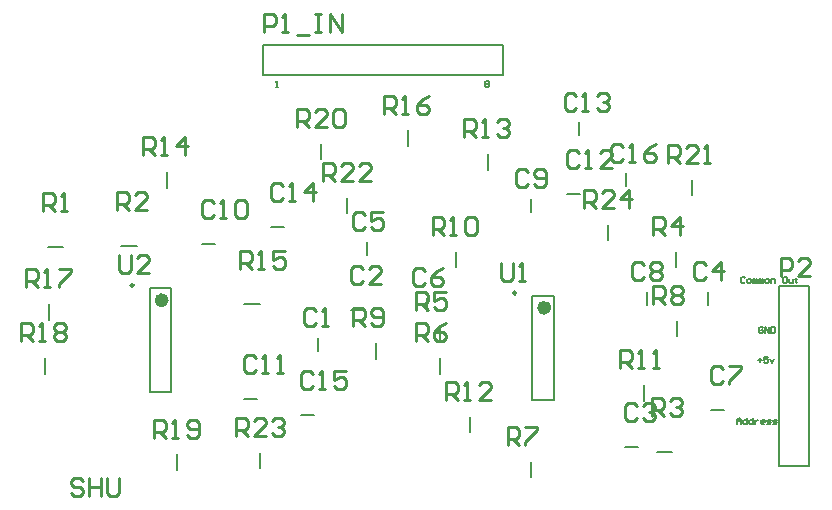
<source format=gto>
G04*
G04 #@! TF.GenerationSoftware,Altium Limited,Altium Designer,20.0.2 (26)*
G04*
G04 Layer_Color=65535*
%FSLAX25Y25*%
%MOIN*%
G70*
G01*
G75*
%ADD10C,0.00984*%
%ADD11C,0.02362*%
%ADD12C,0.00787*%
%ADD13C,0.00500*%
%ADD14C,0.01000*%
D10*
X395543Y211347D02*
G03*
X395543Y211347I-492J0D01*
G01*
X267992Y213846D02*
G03*
X267992Y213846I-492J0D01*
G01*
D11*
X406075Y206386D02*
G03*
X406075Y206386I-1181J0D01*
G01*
X278524Y208886D02*
G03*
X278524Y208886I-1181J0D01*
G01*
D12*
X329500Y191835D02*
Y196165D01*
X340335Y205500D02*
X344665D01*
X431835Y160000D02*
X436165D01*
X459500Y207335D02*
Y211665D01*
X345850Y223835D02*
Y228165D01*
X365850Y205335D02*
Y209665D01*
X460335Y172150D02*
X464665D01*
X439000Y207335D02*
Y211665D01*
X400350Y238335D02*
Y242665D01*
X290835Y227500D02*
X295165D01*
X304835Y176000D02*
X309165D01*
X412335Y244150D02*
X416665D01*
X416350Y263835D02*
Y268165D01*
X313835Y233350D02*
X318165D01*
X323835Y170500D02*
X328165D01*
X432000Y246835D02*
Y251165D01*
X239441Y226563D02*
X244559D01*
X263941Y227000D02*
X269059D01*
X442441Y158437D02*
X447559D01*
X448937Y219941D02*
Y225059D01*
X370000Y194941D02*
Y200059D01*
Y184441D02*
Y189559D01*
X400500Y149941D02*
Y155059D01*
X449063Y196941D02*
Y202059D01*
X348937Y189441D02*
Y194559D01*
X375500Y219941D02*
Y225059D01*
X438000Y175441D02*
Y180559D01*
X380000Y164941D02*
Y170059D01*
X386000Y252441D02*
Y257559D01*
X279000Y246441D02*
Y251559D01*
X304941Y207563D02*
X310059D01*
X359500Y260441D02*
Y265559D01*
X239937Y202441D02*
Y207559D01*
X238437Y184441D02*
Y189559D01*
X282563Y152441D02*
Y157559D01*
X330500Y255941D02*
Y261059D01*
X454063Y243941D02*
Y249059D01*
X339063Y237941D02*
Y243059D01*
X310063Y152941D02*
Y158059D01*
X426000Y228941D02*
Y234059D01*
X400957Y175677D02*
Y210323D01*
X408043Y175677D02*
Y210323D01*
X400957D02*
X408043D01*
X400957Y175677D02*
X408043D01*
X273405Y178177D02*
Y212823D01*
X280492Y178177D02*
Y212823D01*
X273405D02*
X280492D01*
X273405Y178177D02*
X280492D01*
X391000Y284000D02*
Y294000D01*
X311000Y284000D02*
X391000D01*
X311000D02*
Y294000D01*
X391000D01*
X483000Y213500D02*
X493000D01*
X483000Y153500D02*
X493000D01*
X483000D02*
Y213500D01*
X493000Y153500D02*
Y213500D01*
D13*
X385000Y281666D02*
X385333Y281999D01*
X386000D01*
X386333Y281666D01*
Y281333D01*
X386000Y281000D01*
X386333Y280666D01*
Y280333D01*
X386000Y280000D01*
X385333D01*
X385000Y280333D01*
Y280666D01*
X385333Y281000D01*
X385000Y281333D01*
Y281666D01*
X385333Y281000D02*
X386000D01*
X315500Y280000D02*
X316166D01*
X315833D01*
Y281999D01*
X315500Y281666D01*
X476000Y189000D02*
X477333D01*
X476666Y189666D02*
Y188333D01*
X479332Y189999D02*
X477999D01*
Y189000D01*
X478666Y189333D01*
X478999D01*
X479332Y189000D01*
Y188333D01*
X478999Y188000D01*
X478333D01*
X477999Y188333D01*
X479999Y189333D02*
X480665Y188000D01*
X481332Y189333D01*
X471833Y216166D02*
X471500Y216499D01*
X470833D01*
X470500Y216166D01*
Y214833D01*
X470833Y214500D01*
X471500D01*
X471833Y214833D01*
X472833Y214500D02*
X473499D01*
X473832Y214833D01*
Y215500D01*
X473499Y215833D01*
X472833D01*
X472499Y215500D01*
Y214833D01*
X472833Y214500D01*
X474499D02*
Y215833D01*
X474832D01*
X475165Y215500D01*
Y214500D01*
Y215500D01*
X475498Y215833D01*
X475832Y215500D01*
Y214500D01*
X476498D02*
Y215833D01*
X476831D01*
X477165Y215500D01*
Y214500D01*
Y215500D01*
X477498Y215833D01*
X477831Y215500D01*
Y214500D01*
X478831D02*
X479497D01*
X479830Y214833D01*
Y215500D01*
X479497Y215833D01*
X478831D01*
X478497Y215500D01*
Y214833D01*
X478831Y214500D01*
X480497D02*
Y215833D01*
X481496D01*
X481830Y215500D01*
Y214500D01*
X485495Y216499D02*
X484829D01*
X484495Y216166D01*
Y214833D01*
X484829Y214500D01*
X485495D01*
X485828Y214833D01*
Y216166D01*
X485495Y216499D01*
X486495Y215833D02*
Y214833D01*
X486828Y214500D01*
X487828D01*
Y215833D01*
X488827Y216166D02*
Y215833D01*
X488494D01*
X489161D01*
X488827D01*
Y214833D01*
X489161Y214500D01*
X477833Y199666D02*
X477500Y199999D01*
X476833D01*
X476500Y199666D01*
Y198333D01*
X476833Y198000D01*
X477500D01*
X477833Y198333D01*
Y199000D01*
X477166D01*
X478499Y198000D02*
Y199999D01*
X479832Y198000D01*
Y199999D01*
X480499D02*
Y198000D01*
X481498D01*
X481832Y198333D01*
Y199666D01*
X481498Y199999D01*
X480499D01*
X469000Y167500D02*
Y168833D01*
X469666Y169499D01*
X470333Y168833D01*
Y167500D01*
Y168500D01*
X469000D01*
X472332Y169499D02*
Y167500D01*
X471333D01*
X470999Y167833D01*
Y168500D01*
X471333Y168833D01*
X472332D01*
X474332Y169499D02*
Y167500D01*
X473332D01*
X472999Y167833D01*
Y168500D01*
X473332Y168833D01*
X474332D01*
X474998D02*
Y167500D01*
Y168166D01*
X475331Y168500D01*
X475665Y168833D01*
X475998D01*
X477997Y167500D02*
X477331D01*
X476997Y167833D01*
Y168500D01*
X477331Y168833D01*
X477997D01*
X478330Y168500D01*
Y168166D01*
X476997D01*
X478997Y167500D02*
X479996D01*
X480330Y167833D01*
X479996Y168166D01*
X479330D01*
X478997Y168500D01*
X479330Y168833D01*
X480330D01*
X480996Y167500D02*
X481996D01*
X482329Y167833D01*
X481996Y168166D01*
X481329D01*
X480996Y168500D01*
X481329Y168833D01*
X482329D01*
D14*
X250999Y148498D02*
X249999Y149498D01*
X248000D01*
X247000Y148498D01*
Y147499D01*
X248000Y146499D01*
X249999D01*
X250999Y145499D01*
Y144500D01*
X249999Y143500D01*
X248000D01*
X247000Y144500D01*
X252998Y149498D02*
Y143500D01*
Y146499D01*
X256997D01*
Y149498D01*
Y143500D01*
X258996Y149498D02*
Y144500D01*
X259996Y143500D01*
X261995D01*
X262995Y144500D01*
Y149498D01*
X328749Y205148D02*
X327749Y206148D01*
X325750D01*
X324750Y205148D01*
Y201150D01*
X325750Y200150D01*
X327749D01*
X328749Y201150D01*
X330748Y200150D02*
X332747D01*
X331748D01*
Y206148D01*
X330748Y205148D01*
X344399Y219198D02*
X343399Y220198D01*
X341400D01*
X340400Y219198D01*
Y215200D01*
X341400Y214200D01*
X343399D01*
X344399Y215200D01*
X350397Y214200D02*
X346398D01*
X350397Y218199D01*
Y219198D01*
X349397Y220198D01*
X347398D01*
X346398Y219198D01*
X435899Y173698D02*
X434899Y174698D01*
X432900D01*
X431900Y173698D01*
Y169700D01*
X432900Y168700D01*
X434899D01*
X435899Y169700D01*
X437898Y173698D02*
X438898Y174698D01*
X440897D01*
X441897Y173698D01*
Y172699D01*
X440897Y171699D01*
X439897D01*
X440897D01*
X441897Y170699D01*
Y169700D01*
X440897Y168700D01*
X438898D01*
X437898Y169700D01*
X458749Y220648D02*
X457749Y221648D01*
X455750D01*
X454750Y220648D01*
Y216650D01*
X455750Y215650D01*
X457749D01*
X458749Y216650D01*
X463747Y215650D02*
Y221648D01*
X460748Y218649D01*
X464747D01*
X345099Y237148D02*
X344099Y238148D01*
X342100D01*
X341100Y237148D01*
Y233150D01*
X342100Y232150D01*
X344099D01*
X345099Y233150D01*
X351097Y238148D02*
X347098D01*
Y235149D01*
X349098Y236149D01*
X350097D01*
X351097Y235149D01*
Y233150D01*
X350097Y232150D01*
X348098D01*
X347098Y233150D01*
X365099Y218648D02*
X364099Y219648D01*
X362100D01*
X361100Y218648D01*
Y214650D01*
X362100Y213650D01*
X364099D01*
X365099Y214650D01*
X371097Y219648D02*
X369098Y218648D01*
X367098Y216649D01*
Y214650D01*
X368098Y213650D01*
X370097D01*
X371097Y214650D01*
Y215649D01*
X370097Y216649D01*
X367098D01*
X464399Y185898D02*
X463399Y186898D01*
X461400D01*
X460400Y185898D01*
Y181900D01*
X461400Y180900D01*
X463399D01*
X464399Y181900D01*
X466398Y186898D02*
X470397D01*
Y185898D01*
X466398Y181900D01*
Y180900D01*
X438299Y220598D02*
X437299Y221598D01*
X435300D01*
X434300Y220598D01*
Y216600D01*
X435300Y215600D01*
X437299D01*
X438299Y216600D01*
X440298Y220598D02*
X441298Y221598D01*
X443297D01*
X444297Y220598D01*
Y219599D01*
X443297Y218599D01*
X444297Y217599D01*
Y216600D01*
X443297Y215600D01*
X441298D01*
X440298Y216600D01*
Y217599D01*
X441298Y218599D01*
X440298Y219599D01*
Y220598D01*
X441298Y218599D02*
X443297D01*
X399599Y251648D02*
X398599Y252648D01*
X396600D01*
X395600Y251648D01*
Y247650D01*
X396600Y246650D01*
X398599D01*
X399599Y247650D01*
X401599D02*
X402598Y246650D01*
X404598D01*
X405597Y247650D01*
Y251648D01*
X404598Y252648D01*
X402598D01*
X401599Y251648D01*
Y250649D01*
X402598Y249649D01*
X405597D01*
X294849Y241248D02*
X293849Y242248D01*
X291850D01*
X290850Y241248D01*
Y237250D01*
X291850Y236250D01*
X293849D01*
X294849Y237250D01*
X296848Y236250D02*
X298847D01*
X297848D01*
Y242248D01*
X296848Y241248D01*
X301846D02*
X302846Y242248D01*
X304845D01*
X305845Y241248D01*
Y237250D01*
X304845Y236250D01*
X302846D01*
X301846Y237250D01*
Y241248D01*
X308899Y189698D02*
X307899Y190698D01*
X305900D01*
X304900Y189698D01*
Y185700D01*
X305900Y184700D01*
X307899D01*
X308899Y185700D01*
X310898Y184700D02*
X312897D01*
X311898D01*
Y190698D01*
X310898Y189698D01*
X315896Y184700D02*
X317896D01*
X316896D01*
Y190698D01*
X315896Y189698D01*
X416399Y257898D02*
X415399Y258898D01*
X413400D01*
X412400Y257898D01*
Y253900D01*
X413400Y252900D01*
X415399D01*
X416399Y253900D01*
X418398Y252900D02*
X420397D01*
X419398D01*
Y258898D01*
X418398Y257898D01*
X427395Y252900D02*
X423396D01*
X427395Y256899D01*
Y257898D01*
X426396Y258898D01*
X424396D01*
X423396Y257898D01*
X415649Y277098D02*
X414649Y278098D01*
X412650D01*
X411650Y277098D01*
Y273100D01*
X412650Y272100D01*
X414649D01*
X415649Y273100D01*
X417649Y272100D02*
X419648D01*
X418648D01*
Y278098D01*
X417649Y277098D01*
X422647D02*
X423646Y278098D01*
X425646D01*
X426646Y277098D01*
Y276099D01*
X425646Y275099D01*
X424646D01*
X425646D01*
X426646Y274099D01*
Y273100D01*
X425646Y272100D01*
X423646D01*
X422647Y273100D01*
X317849Y247099D02*
X316849Y248098D01*
X314850D01*
X313850Y247099D01*
Y243100D01*
X314850Y242100D01*
X316849D01*
X317849Y243100D01*
X319848Y242100D02*
X321847D01*
X320848D01*
Y248098D01*
X319848Y247099D01*
X327846Y242100D02*
Y248098D01*
X324846Y245099D01*
X328845D01*
X327899Y184198D02*
X326899Y185198D01*
X324900D01*
X323900Y184198D01*
Y180200D01*
X324900Y179200D01*
X326899D01*
X327899Y180200D01*
X329898Y179200D02*
X331897D01*
X330898D01*
Y185198D01*
X329898Y184198D01*
X338895Y185198D02*
X334896D01*
Y182199D01*
X336896Y183199D01*
X337895D01*
X338895Y182199D01*
Y180200D01*
X337895Y179200D01*
X335896D01*
X334896Y180200D01*
X431299Y260098D02*
X430299Y261098D01*
X428300D01*
X427300Y260098D01*
Y256100D01*
X428300Y255100D01*
X430299D01*
X431299Y256100D01*
X433298Y255100D02*
X435297D01*
X434298D01*
Y261098D01*
X433298Y260098D01*
X442295Y261098D02*
X440296Y260098D01*
X438296Y258099D01*
Y256100D01*
X439296Y255100D01*
X441295D01*
X442295Y256100D01*
Y257099D01*
X441295Y258099D01*
X438296D01*
X237900Y238463D02*
Y244461D01*
X240899D01*
X241899Y243461D01*
Y241462D01*
X240899Y240462D01*
X237900D01*
X239899D02*
X241899Y238463D01*
X243898D02*
X245897D01*
X244898D01*
Y244461D01*
X243898Y243461D01*
X262400Y238900D02*
Y244898D01*
X265399D01*
X266399Y243898D01*
Y241899D01*
X265399Y240899D01*
X262400D01*
X264399D02*
X266399Y238900D01*
X272397D02*
X268398D01*
X272397Y242899D01*
Y243898D01*
X271397Y244898D01*
X269398D01*
X268398Y243898D01*
X440900Y170300D02*
Y176298D01*
X443899D01*
X444899Y175298D01*
Y173299D01*
X443899Y172299D01*
X440900D01*
X442899D02*
X444899Y170300D01*
X446898Y175298D02*
X447898Y176298D01*
X449897D01*
X450897Y175298D01*
Y174299D01*
X449897Y173299D01*
X448897D01*
X449897D01*
X450897Y172299D01*
Y171300D01*
X449897Y170300D01*
X447898D01*
X446898Y171300D01*
X441087Y230650D02*
Y236648D01*
X444086D01*
X445086Y235648D01*
Y233649D01*
X444086Y232649D01*
X441087D01*
X443086D02*
X445086Y230650D01*
X450084D02*
Y236648D01*
X447085Y233649D01*
X451084D01*
X362150Y205650D02*
Y211648D01*
X365149D01*
X366149Y210648D01*
Y208649D01*
X365149Y207649D01*
X362150D01*
X364149D02*
X366149Y205650D01*
X372147Y211648D02*
X368148D01*
Y208649D01*
X370147Y209649D01*
X371147D01*
X372147Y208649D01*
Y206650D01*
X371147Y205650D01*
X369148D01*
X368148Y206650D01*
X362150Y195150D02*
Y201148D01*
X365149D01*
X366149Y200148D01*
Y198149D01*
X365149Y197149D01*
X362150D01*
X364149D02*
X366149Y195150D01*
X372147Y201148D02*
X370147Y200148D01*
X368148Y198149D01*
Y196150D01*
X369148Y195150D01*
X371147D01*
X372147Y196150D01*
Y197149D01*
X371147Y198149D01*
X368148D01*
X392650Y160650D02*
Y166648D01*
X395649D01*
X396649Y165648D01*
Y163649D01*
X395649Y162649D01*
X392650D01*
X394649D02*
X396649Y160650D01*
X398648Y166648D02*
X402647D01*
Y165648D01*
X398648Y161650D01*
Y160650D01*
X441213Y207650D02*
Y213648D01*
X444212D01*
X445212Y212648D01*
Y210649D01*
X444212Y209649D01*
X441213D01*
X443212D02*
X445212Y207650D01*
X447211Y212648D02*
X448211Y213648D01*
X450210D01*
X451210Y212648D01*
Y211649D01*
X450210Y210649D01*
X451210Y209649D01*
Y208650D01*
X450210Y207650D01*
X448211D01*
X447211Y208650D01*
Y209649D01*
X448211Y210649D01*
X447211Y211649D01*
Y212648D01*
X448211Y210649D02*
X450210D01*
X341087Y200150D02*
Y206148D01*
X344086D01*
X345086Y205148D01*
Y203149D01*
X344086Y202149D01*
X341087D01*
X343086D02*
X345086Y200150D01*
X347085Y201150D02*
X348085Y200150D01*
X350084D01*
X351084Y201150D01*
Y205148D01*
X350084Y206148D01*
X348085D01*
X347085Y205148D01*
Y204149D01*
X348085Y203149D01*
X351084D01*
X367650Y230650D02*
Y236648D01*
X370649D01*
X371649Y235648D01*
Y233649D01*
X370649Y232649D01*
X367650D01*
X369649D02*
X371649Y230650D01*
X373648D02*
X375647D01*
X374648D01*
Y236648D01*
X373648Y235648D01*
X378646D02*
X379646Y236648D01*
X381645D01*
X382645Y235648D01*
Y231650D01*
X381645Y230650D01*
X379646D01*
X378646Y231650D01*
Y235648D01*
X430150Y186150D02*
Y192148D01*
X433149D01*
X434149Y191148D01*
Y189149D01*
X433149Y188149D01*
X430150D01*
X432149D02*
X434149Y186150D01*
X436148D02*
X438147D01*
X437148D01*
Y192148D01*
X436148Y191148D01*
X441146Y186150D02*
X443146D01*
X442146D01*
Y192148D01*
X441146Y191148D01*
X372150Y175650D02*
Y181648D01*
X375149D01*
X376149Y180648D01*
Y178649D01*
X375149Y177649D01*
X372150D01*
X374149D02*
X376149Y175650D01*
X378148D02*
X380147D01*
X379148D01*
Y181648D01*
X378148Y180648D01*
X387145Y175650D02*
X383146D01*
X387145Y179649D01*
Y180648D01*
X386145Y181648D01*
X384146D01*
X383146Y180648D01*
X378150Y263150D02*
Y269148D01*
X381149D01*
X382149Y268148D01*
Y266149D01*
X381149Y265149D01*
X378150D01*
X380149D02*
X382149Y263150D01*
X384148D02*
X386147D01*
X385148D01*
Y269148D01*
X384148Y268148D01*
X389146D02*
X390146Y269148D01*
X392145D01*
X393145Y268148D01*
Y267149D01*
X392145Y266149D01*
X391146D01*
X392145D01*
X393145Y265149D01*
Y264150D01*
X392145Y263150D01*
X390146D01*
X389146Y264150D01*
X271150Y257150D02*
Y263148D01*
X274149D01*
X275149Y262148D01*
Y260149D01*
X274149Y259149D01*
X271150D01*
X273149D02*
X275149Y257150D01*
X277148D02*
X279147D01*
X278148D01*
Y263148D01*
X277148Y262148D01*
X285145Y257150D02*
Y263148D01*
X282146Y260149D01*
X286145D01*
X303400Y219400D02*
Y225398D01*
X306399D01*
X307399Y224398D01*
Y222399D01*
X306399Y221399D01*
X303400D01*
X305399D02*
X307399Y219400D01*
X309398D02*
X311397D01*
X310398D01*
Y225398D01*
X309398Y224398D01*
X318395Y225398D02*
X314396D01*
Y222399D01*
X316396Y223399D01*
X317395D01*
X318395Y222399D01*
Y220400D01*
X317395Y219400D01*
X315396D01*
X314396Y220400D01*
X351626Y271100D02*
Y277098D01*
X354625D01*
X355625Y276098D01*
Y274099D01*
X354625Y273099D01*
X351626D01*
X353625D02*
X355625Y271100D01*
X357624D02*
X359623D01*
X358624D01*
Y277098D01*
X357624Y276098D01*
X366621Y277098D02*
X364622Y276098D01*
X362622Y274099D01*
Y272100D01*
X363622Y271100D01*
X365621D01*
X366621Y272100D01*
Y273099D01*
X365621Y274099D01*
X362622D01*
X232087Y213150D02*
Y219148D01*
X235086D01*
X236086Y218148D01*
Y216149D01*
X235086Y215149D01*
X232087D01*
X234086D02*
X236086Y213150D01*
X238085D02*
X240084D01*
X239085D01*
Y219148D01*
X238085Y218148D01*
X243083Y219148D02*
X247082D01*
Y218148D01*
X243083Y214150D01*
Y213150D01*
X230587Y195150D02*
Y201148D01*
X233586D01*
X234586Y200148D01*
Y198149D01*
X233586Y197149D01*
X230587D01*
X232586D02*
X234586Y195150D01*
X236585D02*
X238584D01*
X237585D01*
Y201148D01*
X236585Y200148D01*
X241583D02*
X242583Y201148D01*
X244583D01*
X245582Y200148D01*
Y199149D01*
X244583Y198149D01*
X245582Y197149D01*
Y196150D01*
X244583Y195150D01*
X242583D01*
X241583Y196150D01*
Y197149D01*
X242583Y198149D01*
X241583Y199149D01*
Y200148D01*
X242583Y198149D02*
X244583D01*
X274700Y163100D02*
Y169098D01*
X277699D01*
X278699Y168098D01*
Y166099D01*
X277699Y165099D01*
X274700D01*
X276699D02*
X278699Y163100D01*
X280698D02*
X282697D01*
X281698D01*
Y169098D01*
X280698Y168098D01*
X285696Y164100D02*
X286696Y163100D01*
X288696D01*
X289695Y164100D01*
Y168098D01*
X288696Y169098D01*
X286696D01*
X285696Y168098D01*
Y167099D01*
X286696Y166099D01*
X289695D01*
X322600Y266600D02*
Y272598D01*
X325599D01*
X326599Y271598D01*
Y269599D01*
X325599Y268599D01*
X322600D01*
X324599D02*
X326599Y266600D01*
X332597D02*
X328598D01*
X332597Y270599D01*
Y271598D01*
X331597Y272598D01*
X329598D01*
X328598Y271598D01*
X334596D02*
X335596Y272598D01*
X337595D01*
X338595Y271598D01*
Y267600D01*
X337595Y266600D01*
X335596D01*
X334596Y267600D01*
Y271598D01*
X446213Y254650D02*
Y260648D01*
X449212D01*
X450212Y259648D01*
Y257649D01*
X449212Y256649D01*
X446213D01*
X448212D02*
X450212Y254650D01*
X456210D02*
X452211D01*
X456210Y258649D01*
Y259648D01*
X455210Y260648D01*
X453211D01*
X452211Y259648D01*
X458209Y254650D02*
X460209D01*
X459209D01*
Y260648D01*
X458209Y259648D01*
X331213Y248650D02*
Y254648D01*
X334212D01*
X335212Y253648D01*
Y251649D01*
X334212Y250649D01*
X331213D01*
X333212D02*
X335212Y248650D01*
X341210D02*
X337211D01*
X341210Y252649D01*
Y253648D01*
X340210Y254648D01*
X338211D01*
X337211Y253648D01*
X347208Y248650D02*
X343209D01*
X347208Y252649D01*
Y253648D01*
X346208Y254648D01*
X344209D01*
X343209Y253648D01*
X302213Y163650D02*
Y169648D01*
X305212D01*
X306212Y168648D01*
Y166649D01*
X305212Y165649D01*
X302213D01*
X304212D02*
X306212Y163650D01*
X312210D02*
X308211D01*
X312210Y167649D01*
Y168648D01*
X311210Y169648D01*
X309211D01*
X308211Y168648D01*
X314209D02*
X315209Y169648D01*
X317208D01*
X318208Y168648D01*
Y167649D01*
X317208Y166649D01*
X316209D01*
X317208D01*
X318208Y165649D01*
Y164650D01*
X317208Y163650D01*
X315209D01*
X314209Y164650D01*
X418150Y239650D02*
Y245648D01*
X421149D01*
X422149Y244648D01*
Y242649D01*
X421149Y241649D01*
X418150D01*
X420149D02*
X422149Y239650D01*
X428147D02*
X424148D01*
X428147Y243649D01*
Y244648D01*
X427147Y245648D01*
X425148D01*
X424148Y244648D01*
X433145Y239650D02*
Y245648D01*
X430146Y242649D01*
X434145D01*
X390550Y221348D02*
Y216350D01*
X391550Y215350D01*
X393549D01*
X394549Y216350D01*
Y221348D01*
X396548Y215350D02*
X398547D01*
X397548D01*
Y221348D01*
X396548Y220348D01*
X262999Y223848D02*
Y218850D01*
X263999Y217850D01*
X265998D01*
X266998Y218850D01*
Y223848D01*
X272996Y217850D02*
X268997D01*
X272996Y221849D01*
Y222848D01*
X271996Y223848D01*
X269997D01*
X268997Y222848D01*
X311600Y298400D02*
Y304398D01*
X314599D01*
X315599Y303398D01*
Y301399D01*
X314599Y300399D01*
X311600D01*
X317598Y298400D02*
X319597D01*
X318598D01*
Y304398D01*
X317598Y303398D01*
X322596Y297400D02*
X326595D01*
X328594Y304398D02*
X330594D01*
X329594D01*
Y298400D01*
X328594D01*
X330594D01*
X333593D02*
Y304398D01*
X337592Y298400D01*
Y304398D01*
X483650Y216850D02*
Y222848D01*
X486649D01*
X487649Y221848D01*
Y219849D01*
X486649Y218849D01*
X483650D01*
X493647Y216850D02*
X489648D01*
X493647Y220849D01*
Y221848D01*
X492647Y222848D01*
X490648D01*
X489648Y221848D01*
M02*

</source>
